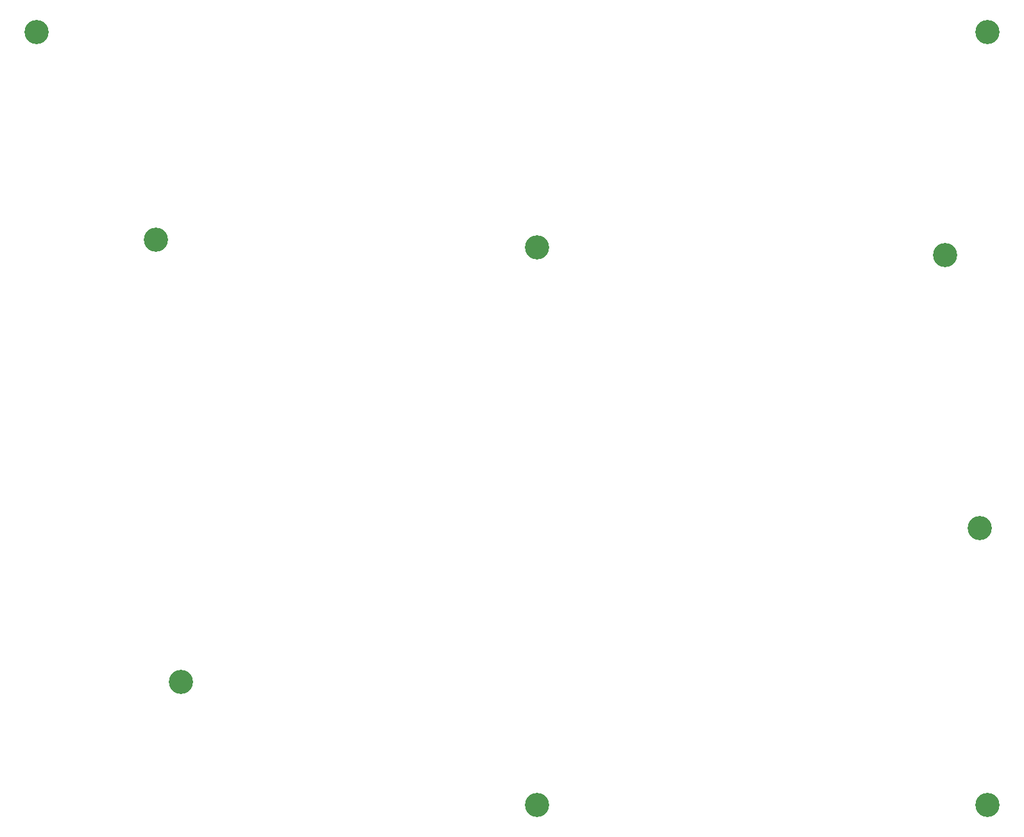
<source format=gbr>
G04 #@! TF.GenerationSoftware,KiCad,Pcbnew,5.1.10*
G04 #@! TF.CreationDate,2021-08-05T23:00:39+02:00*
G04 #@! TF.ProjectId,plate,706c6174-652e-46b6-9963-61645f706362,rev?*
G04 #@! TF.SameCoordinates,Original*
G04 #@! TF.FileFunction,Soldermask,Top*
G04 #@! TF.FilePolarity,Negative*
%FSLAX46Y46*%
G04 Gerber Fmt 4.6, Leading zero omitted, Abs format (unit mm)*
G04 Created by KiCad (PCBNEW 5.1.10) date 2021-08-05 23:00:39*
%MOMM*%
%LPD*%
G01*
G04 APERTURE LIST*
%ADD10C,3.200000*%
G04 APERTURE END LIST*
D10*
G04 #@! TO.C,REF\u002A\u002A*
X92868800Y-134463000D03*
G04 #@! TD*
G04 #@! TO.C,REF\u002A\u002A*
X89566800Y-76043000D03*
G04 #@! TD*
G04 #@! TO.C,REF\u002A\u002A*
X139858800Y-77059000D03*
G04 #@! TD*
G04 #@! TO.C,REF\u002A\u002A*
X193706800Y-78075000D03*
G04 #@! TD*
G04 #@! TO.C,REF\u002A\u002A*
X198278800Y-114143000D03*
G04 #@! TD*
G04 #@! TO.C,REF\u002A\u002A*
X139858800Y-150719000D03*
G04 #@! TD*
G04 #@! TO.C,REF\u002A\u002A*
X199294800Y-150719000D03*
G04 #@! TD*
G04 #@! TO.C,REF\u002A\u002A*
X199294800Y-48611000D03*
G04 #@! TD*
G04 #@! TO.C,REF\u002A\u002A*
X73818800Y-48611000D03*
G04 #@! TD*
M02*

</source>
